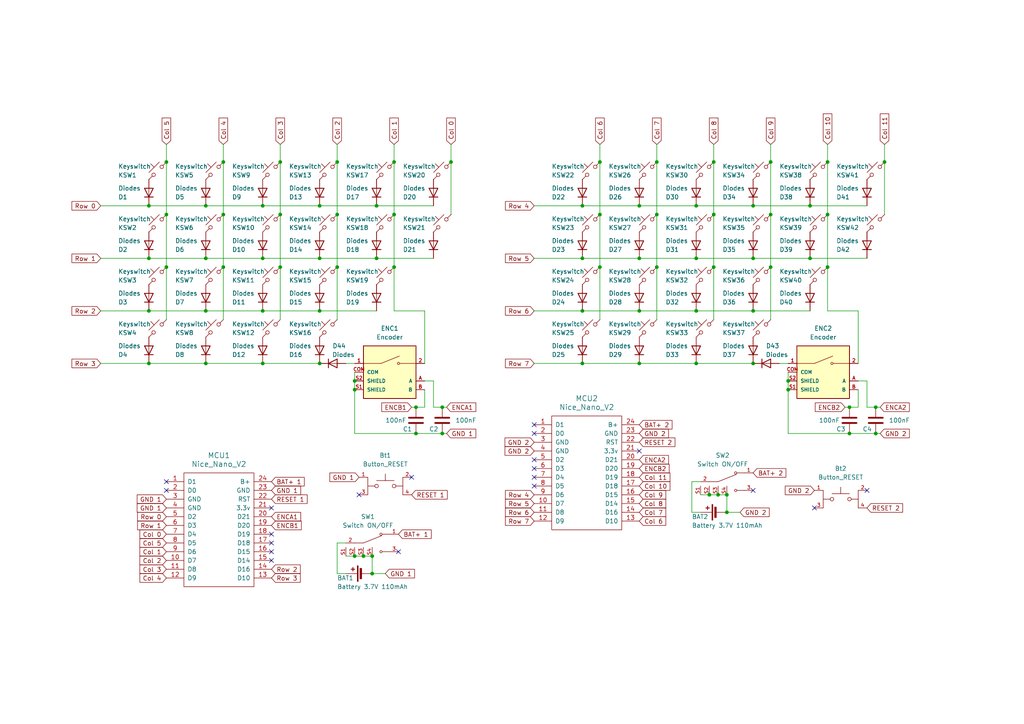
<source format=kicad_sch>
(kicad_sch (version 20230121) (generator eeschema)
  (paper "A4")
  (junction (at 256.54 46.99))
  (junction (at 81.28 77.47))
  (junction (at 48.26 46.99))
  (junction (at 246.38 125.73))
  (junction (at 64.77 77.47))
  (junction (at 234.95 74.93))
  (junction (at 92.71 59.69))
  (junction (at 59.69 90.17))
  (junction (at 173.99 62.23))
  (junction (at 105.41 161.29))
  (junction (at 102.87 110.49))
  (junction (at 210.82 148.59))
  (junction (at 168.91 74.93))
  (junction (at 246.38 118.11))
  (junction (at 223.52 77.47))
  (junction (at 234.95 59.69))
  (junction (at 81.28 46.99))
  (junction (at 207.01 77.47))
  (junction (at 201.93 90.17))
  (junction (at 114.3 62.23))
  (junction (at 240.03 77.47))
  (junction (at 201.93 59.69))
  (junction (at 114.3 77.47))
  (junction (at 185.42 90.17))
  (junction (at 223.52 46.99))
  (junction (at 92.71 90.17))
  (junction (at 107.95 161.29))
  (junction (at 240.03 62.23))
  (junction (at 130.81 46.99))
  (junction (at 109.22 74.93))
  (junction (at 201.93 74.93))
  (junction (at 43.18 105.41))
  (junction (at 97.79 46.99))
  (junction (at 64.77 62.23))
  (junction (at 114.3 46.99))
  (junction (at 120.65 118.11))
  (junction (at 173.99 46.99))
  (junction (at 76.2 59.69))
  (junction (at 240.03 46.99))
  (junction (at 120.65 125.73))
  (junction (at 43.18 90.17))
  (junction (at 59.69 74.93))
  (junction (at 97.79 77.47))
  (junction (at 254 118.11))
  (junction (at 168.91 59.69))
  (junction (at 218.44 105.41))
  (junction (at 107.95 166.37))
  (junction (at 81.28 62.23))
  (junction (at 173.99 77.47))
  (junction (at 43.18 74.93))
  (junction (at 128.27 125.73))
  (junction (at 190.5 77.47))
  (junction (at 76.2 90.17))
  (junction (at 185.42 74.93))
  (junction (at 168.91 105.41))
  (junction (at 48.26 62.23))
  (junction (at 190.5 46.99))
  (junction (at 59.69 105.41))
  (junction (at 92.71 74.93))
  (junction (at 207.01 62.23))
  (junction (at 64.77 46.99))
  (junction (at 92.71 105.41))
  (junction (at 205.74 143.51))
  (junction (at 228.6 113.03))
  (junction (at 228.6 110.49))
  (junction (at 48.26 77.47))
  (junction (at 210.82 143.51))
  (junction (at 218.44 74.93))
  (junction (at 218.44 59.69))
  (junction (at 128.27 118.11))
  (junction (at 223.52 62.23))
  (junction (at 218.44 90.17))
  (junction (at 102.87 161.29))
  (junction (at 254 125.73))
  (junction (at 76.2 74.93))
  (junction (at 190.5 62.23))
  (junction (at 109.22 59.69))
  (junction (at 76.2 105.41))
  (junction (at 59.69 59.69))
  (junction (at 207.01 46.99))
  (junction (at 43.18 59.69))
  (junction (at 185.42 59.69))
  (junction (at 168.91 90.17))
  (junction (at 201.93 105.41))
  (junction (at 102.87 113.03))
  (junction (at 97.79 62.23))
  (junction (at 208.28 143.51))
  (junction (at 185.42 105.41))
  (no_connect (at 154.94 138.43))
  (no_connect (at 218.44 142.24))
  (no_connect (at 185.42 130.81))
  (no_connect (at 78.74 162.56))
  (no_connect (at 119.38 138.43))
  (no_connect (at 236.22 147.32))
  (no_connect (at 154.94 140.97))
  (no_connect (at 48.26 142.24))
  (no_connect (at 251.46 142.24))
  (no_connect (at 154.94 135.89))
  (no_connect (at 154.94 133.35))
  (no_connect (at 78.74 157.48))
  (no_connect (at 115.57 160.02))
  (no_connect (at 78.74 147.32))
  (no_connect (at 154.94 125.73))
  (no_connect (at 78.74 160.02))
  (no_connect (at 154.94 123.19))
  (no_connect (at 48.26 139.7))
  (no_connect (at 78.74 154.94))
  (no_connect (at 104.14 143.51))
  (wire (pts (xy 210.82 148.59) (xy 214.63 148.59)))
  (wire (pts (xy 102.87 113.03) (xy 102.87 125.73)))
  (wire (pts (xy 207.01 62.23) (xy 207.01 77.47)))
  (wire (pts (xy 240.03 77.47) (xy 240.03 90.17)))
  (wire (pts (xy 200.66 148.59) (xy 200.66 139.7)))
  (wire (pts (xy 234.95 59.69) (xy 251.46 59.69)))
  (wire (pts (xy 125.73 110.49) (xy 123.19 110.49)))
  (wire (pts (xy 173.99 62.23) (xy 173.99 77.47)))
  (wire (pts (xy 81.28 46.99) (xy 81.28 62.23)))
  (wire (pts (xy 128.27 118.11) (xy 129.54 118.11)))
  (wire (pts (xy 102.87 161.29) (xy 105.41 161.29)))
  (wire (pts (xy 190.5 77.47) (xy 190.5 92.71)))
  (wire (pts (xy 223.52 77.47) (xy 223.52 92.71)))
  (wire (pts (xy 201.93 74.93) (xy 218.44 74.93)))
  (wire (pts (xy 218.44 90.17) (xy 234.95 90.17)))
  (wire (pts (xy 92.71 74.93) (xy 109.22 74.93)))
  (wire (pts (xy 218.44 74.93) (xy 234.95 74.93)))
  (wire (pts (xy 29.21 105.41) (xy 43.18 105.41)))
  (wire (pts (xy 64.77 41.91) (xy 64.77 46.99)))
  (wire (pts (xy 100.33 166.37) (xy 97.79 166.37)))
  (wire (pts (xy 100.33 161.29) (xy 102.87 161.29)))
  (wire (pts (xy 208.28 143.51) (xy 210.82 143.51)))
  (wire (pts (xy 48.26 77.47) (xy 48.26 92.71)))
  (wire (pts (xy 223.52 41.91) (xy 223.52 46.99)))
  (wire (pts (xy 130.81 41.91) (xy 130.81 46.99)))
  (wire (pts (xy 43.18 90.17) (xy 59.69 90.17)))
  (wire (pts (xy 234.95 74.93) (xy 251.46 74.93)))
  (wire (pts (xy 64.77 62.23) (xy 64.77 77.47)))
  (wire (pts (xy 185.42 90.17) (xy 201.93 90.17)))
  (wire (pts (xy 203.2 148.59) (xy 200.66 148.59)))
  (wire (pts (xy 154.94 105.41) (xy 168.91 105.41)))
  (wire (pts (xy 240.03 90.17) (xy 248.92 90.17)))
  (wire (pts (xy 173.99 77.47) (xy 173.99 92.71)))
  (wire (pts (xy 251.46 118.11) (xy 254 118.11)))
  (wire (pts (xy 245.11 118.11) (xy 246.38 118.11)))
  (wire (pts (xy 76.2 90.17) (xy 92.71 90.17)))
  (wire (pts (xy 185.42 105.41) (xy 201.93 105.41)))
  (wire (pts (xy 48.26 46.99) (xy 48.26 62.23)))
  (wire (pts (xy 251.46 118.11) (xy 251.46 110.49)))
  (wire (pts (xy 76.2 74.93) (xy 92.71 74.93)))
  (wire (pts (xy 200.66 139.7) (xy 203.2 139.7)))
  (wire (pts (xy 207.01 46.99) (xy 207.01 62.23)))
  (wire (pts (xy 256.54 46.99) (xy 256.54 62.23)))
  (wire (pts (xy 114.3 46.99) (xy 114.3 62.23)))
  (wire (pts (xy 97.79 77.47) (xy 97.79 92.71)))
  (wire (pts (xy 228.6 125.73) (xy 228.6 113.03)))
  (wire (pts (xy 64.77 77.47) (xy 64.77 92.71)))
  (wire (pts (xy 76.2 105.41) (xy 92.71 105.41)))
  (wire (pts (xy 240.03 41.91) (xy 240.03 46.99)))
  (wire (pts (xy 102.87 125.73) (xy 120.65 125.73)))
  (wire (pts (xy 48.26 41.91) (xy 48.26 46.99)))
  (wire (pts (xy 81.28 41.91) (xy 81.28 46.99)))
  (wire (pts (xy 190.5 41.91) (xy 190.5 46.99)))
  (wire (pts (xy 81.28 77.47) (xy 81.28 92.71)))
  (wire (pts (xy 114.3 77.47) (xy 114.3 90.17)))
  (wire (pts (xy 228.6 110.49) (xy 228.6 107.95)))
  (wire (pts (xy 203.2 143.51) (xy 205.74 143.51)))
  (wire (pts (xy 59.69 105.41) (xy 76.2 105.41)))
  (wire (pts (xy 185.42 74.93) (xy 201.93 74.93)))
  (wire (pts (xy 114.3 41.91) (xy 114.3 46.99)))
  (wire (pts (xy 218.44 59.69) (xy 234.95 59.69)))
  (wire (pts (xy 64.77 46.99) (xy 64.77 62.23)))
  (wire (pts (xy 92.71 90.17) (xy 109.22 90.17)))
  (wire (pts (xy 92.71 59.69) (xy 109.22 59.69)))
  (wire (pts (xy 59.69 59.69) (xy 76.2 59.69)))
  (wire (pts (xy 190.5 62.23) (xy 190.5 77.47)))
  (wire (pts (xy 119.38 118.11) (xy 120.65 118.11)))
  (wire (pts (xy 43.18 105.41) (xy 59.69 105.41)))
  (wire (pts (xy 102.87 107.95) (xy 102.87 110.49)))
  (wire (pts (xy 223.52 46.99) (xy 223.52 62.23)))
  (wire (pts (xy 102.87 110.49) (xy 102.87 113.03)))
  (wire (pts (xy 125.73 118.11) (xy 125.73 110.49)))
  (wire (pts (xy 210.82 143.51) (xy 210.82 148.59)))
  (wire (pts (xy 48.26 62.23) (xy 48.26 77.47)))
  (wire (pts (xy 130.81 46.99) (xy 130.81 62.23)))
  (wire (pts (xy 226.06 105.41) (xy 228.6 105.41)))
  (wire (pts (xy 251.46 110.49) (xy 248.92 110.49)))
  (wire (pts (xy 154.94 90.17) (xy 168.91 90.17)))
  (wire (pts (xy 97.79 62.23) (xy 97.79 77.47)))
  (wire (pts (xy 97.79 41.91) (xy 97.79 46.99)))
  (wire (pts (xy 240.03 46.99) (xy 240.03 62.23)))
  (wire (pts (xy 173.99 41.91) (xy 173.99 46.99)))
  (wire (pts (xy 254 118.11) (xy 255.27 118.11)))
  (wire (pts (xy 228.6 113.03) (xy 228.6 110.49)))
  (wire (pts (xy 246.38 118.11) (xy 248.92 118.11)))
  (wire (pts (xy 248.92 90.17) (xy 248.92 105.41)))
  (wire (pts (xy 207.01 77.47) (xy 207.01 92.71)))
  (wire (pts (xy 168.91 105.41) (xy 185.42 105.41)))
  (wire (pts (xy 109.22 59.69) (xy 125.73 59.69)))
  (wire (pts (xy 123.19 90.17) (xy 123.19 105.41)))
  (wire (pts (xy 185.42 59.69) (xy 201.93 59.69)))
  (wire (pts (xy 123.19 118.11) (xy 123.19 113.03)))
  (wire (pts (xy 207.01 41.91) (xy 207.01 46.99)))
  (wire (pts (xy 254 125.73) (xy 246.38 125.73)))
  (wire (pts (xy 240.03 62.23) (xy 240.03 77.47)))
  (wire (pts (xy 81.28 62.23) (xy 81.28 77.47)))
  (wire (pts (xy 114.3 62.23) (xy 114.3 77.47)))
  (wire (pts (xy 114.3 90.17) (xy 123.19 90.17)))
  (wire (pts (xy 59.69 74.93) (xy 76.2 74.93)))
  (wire (pts (xy 154.94 74.93) (xy 168.91 74.93)))
  (wire (pts (xy 29.21 74.93) (xy 43.18 74.93)))
  (wire (pts (xy 201.93 90.17) (xy 218.44 90.17)))
  (wire (pts (xy 223.52 62.23) (xy 223.52 77.47)))
  (wire (pts (xy 246.38 125.73) (xy 228.6 125.73)))
  (wire (pts (xy 105.41 161.29) (xy 107.95 161.29)))
  (wire (pts (xy 29.21 90.17) (xy 43.18 90.17)))
  (wire (pts (xy 59.69 90.17) (xy 76.2 90.17)))
  (wire (pts (xy 190.5 46.99) (xy 190.5 62.23)))
  (wire (pts (xy 248.92 118.11) (xy 248.92 113.03)))
  (wire (pts (xy 109.22 74.93) (xy 125.73 74.93)))
  (wire (pts (xy 76.2 59.69) (xy 92.71 59.69)))
  (wire (pts (xy 256.54 41.91) (xy 256.54 46.99)))
  (wire (pts (xy 168.91 74.93) (xy 185.42 74.93)))
  (wire (pts (xy 43.18 59.69) (xy 59.69 59.69)))
  (wire (pts (xy 43.18 74.93) (xy 59.69 74.93)))
  (wire (pts (xy 97.79 166.37) (xy 97.79 157.48)))
  (wire (pts (xy 168.91 59.69) (xy 185.42 59.69)))
  (wire (pts (xy 125.73 118.11) (xy 128.27 118.11)))
  (wire (pts (xy 168.91 90.17) (xy 185.42 90.17)))
  (wire (pts (xy 97.79 157.48) (xy 100.33 157.48)))
  (wire (pts (xy 201.93 105.41) (xy 218.44 105.41)))
  (wire (pts (xy 120.65 125.73) (xy 128.27 125.73)))
  (wire (pts (xy 97.79 46.99) (xy 97.79 62.23)))
  (wire (pts (xy 173.99 46.99) (xy 173.99 62.23)))
  (wire (pts (xy 107.95 161.29) (xy 107.95 166.37)))
  (wire (pts (xy 154.94 59.69) (xy 168.91 59.69)))
  (wire (pts (xy 255.27 125.73) (xy 254 125.73)))
  (wire (pts (xy 111.76 166.37) (xy 107.95 166.37)))
  (wire (pts (xy 201.93 59.69) (xy 218.44 59.69)))
  (wire (pts (xy 205.74 143.51) (xy 208.28 143.51)))
  (wire (pts (xy 128.27 125.73) (xy 129.54 125.73)))
  (wire (pts (xy 120.65 118.11) (xy 123.19 118.11)))
  (wire (pts (xy 29.21 59.69) (xy 43.18 59.69)))
  (wire (pts (xy 100.33 105.41) (xy 102.87 105.41)))
  (global_label "Col 9" (shape input) (at 223.52 41.91 90) (property "Intersheetrefs" "${INTERSHEET_REFS}" (effects hide)))
  (global_label "GND 1" (shape input) (at 111.76 166.37 0) (property "Intersheetrefs" "${INTERSHEET_REFS}" (effects hide)))
  (global_label "ENCA2" (shape input) (at 185.42 133.35 0) (property "Intersheetrefs" "${INTERSHEET_REFS}" (effects hide)))
  (global_label "Col 2" (shape input) (at 48.26 162.56 180) (property "Intersheetrefs" "${INTERSHEET_REFS}" (effects hide)))
  (global_label "Row 7" (shape input) (at 154.94 151.13 180) (property "Intersheetrefs" "${INTERSHEET_REFS}" (effects hide)))
  (global_label "Col 4" (shape input) (at 48.26 167.64 180) (property "Intersheetrefs" "${INTERSHEET_REFS}" (effects hide)))
  (global_label "Row 6" (shape input) (at 154.94 148.59 180) (property "Intersheetrefs" "${INTERSHEET_REFS}" (effects hide)))
  (global_label "Col 3" (shape input) (at 48.26 165.1 180) (property "Intersheetrefs" "${INTERSHEET_REFS}" (effects hide)))
  (global_label "Row 5" (shape input) (at 154.94 74.93 180) (property "Intersheetrefs" "${INTERSHEET_REFS}" (effects hide)))
  (global_label "Col 1" (shape input) (at 114.3 41.91 90) (property "Intersheetrefs" "${INTERSHEET_REFS}" (effects hide)))
  (global_label "Row 0" (shape input) (at 29.21 59.69 180) (property "Intersheetrefs" "${INTERSHEET_REFS}" (effects hide)))
  (global_label "ENCB1" (shape input) (at 78.74 152.4 0) (property "Intersheetrefs" "${INTERSHEET_REFS}" (effects hide)))
  (global_label "GND 2" (shape input) (at 255.27 125.73 0) (property "Intersheetrefs" "${INTERSHEET_REFS}" (effects hide)))
  (global_label "Row 2" (shape input) (at 78.74 165.1 0) (property "Intersheetrefs" "${INTERSHEET_REFS}" (effects hide)))
  (global_label "BAT+ 2" (shape input) (at 185.42 123.19 0) (property "Intersheetrefs" "${INTERSHEET_REFS}" (effects hide)))
  (global_label "Row 1" (shape input) (at 29.21 74.93 180) (property "Intersheetrefs" "${INTERSHEET_REFS}" (effects hide)))
  (global_label "ENCA1" (shape input) (at 129.54 118.11 0) (property "Intersheetrefs" "${INTERSHEET_REFS}" (effects hide)))
  (global_label "Col 7" (shape input) (at 190.5 41.91 90) (property "Intersheetrefs" "${INTERSHEET_REFS}" (effects hide)))
  (global_label "Col 5" (shape input) (at 48.26 157.48 180) (property "Intersheetrefs" "${INTERSHEET_REFS}" (effects hide)))
  (global_label "Row 1" (shape input) (at 48.26 152.4 180) (property "Intersheetrefs" "${INTERSHEET_REFS}" (effects hide)))
  (global_label "Col 8" (shape input) (at 207.01 41.91 90) (property "Intersheetrefs" "${INTERSHEET_REFS}" (effects hide)))
  (global_label "Col 11" (shape input) (at 256.54 41.91 90) (property "Intersheetrefs" "${INTERSHEET_REFS}" (effects hide)))
  (global_label "Col 8" (shape input) (at 185.42 146.05 0) (property "Intersheetrefs" "${INTERSHEET_REFS}" (effects hide)))
  (global_label "Col 6" (shape input) (at 185.42 151.13 0) (property "Intersheetrefs" "${INTERSHEET_REFS}" (effects hide)))
  (global_label "Col 5" (shape input) (at 48.26 41.91 90) (property "Intersheetrefs" "${INTERSHEET_REFS}" (effects hide)))
  (global_label "Col 10" (shape input) (at 185.42 140.97 0) (property "Intersheetrefs" "${INTERSHEET_REFS}" (effects hide)))
  (global_label "GND 1" (shape input) (at 78.74 142.24 0) (property "Intersheetrefs" "${INTERSHEET_REFS}" (effects hide)))
  (global_label "Row 2" (shape input) (at 29.21 90.17 180) (property "Intersheetrefs" "${INTERSHEET_REFS}" (effects hide)))
  (global_label "Row 5" (shape input) (at 154.94 146.05 180) (property "Intersheetrefs" "${INTERSHEET_REFS}" (effects hide)))
  (global_label "ENCB1" (shape input) (at 119.38 118.11 180) (property "Intersheetrefs" "${INTERSHEET_REFS}" (effects hide)))
  (global_label "Col 11" (shape input) (at 185.42 138.43 0) (property "Intersheetrefs" "${INTERSHEET_REFS}" (effects hide)))
  (global_label "RESET 2" (shape input) (at 185.42 128.27 0) (property "Intersheetrefs" "${INTERSHEET_REFS}" (effects hide)))
  (global_label "ENCA2" (shape input) (at 255.27 118.11 0) (property "Intersheetrefs" "${INTERSHEET_REFS}" (effects hide)))
  (global_label "BAT+ 1" (shape input) (at 115.57 154.94 0) (property "Intersheetrefs" "${INTERSHEET_REFS}" (effects hide)))
  (global_label "GND 1" (shape input) (at 104.14 138.43 180) (property "Intersheetrefs" "${INTERSHEET_REFS}" (effects hide)))
  (global_label "RESET 2" (shape input) (at 251.46 147.32 0) (property "Intersheetrefs" "${INTERSHEET_REFS}" (effects hide)))
  (global_label "Col 0" (shape input) (at 130.81 41.91 90) (property "Intersheetrefs" "${INTERSHEET_REFS}" (effects hide)))
  (global_label "ENCB2" (shape input) (at 185.42 135.89 0) (property "Intersheetrefs" "${INTERSHEET_REFS}" (effects hide)))
  (global_label "Col 9" (shape input) (at 185.42 143.51 0) (property "Intersheetrefs" "${INTERSHEET_REFS}" (effects hide)))
  (global_label "GND 1" (shape input) (at 48.26 147.32 180) (property "Intersheetrefs" "${INTERSHEET_REFS}" (effects hide)))
  (global_label "ENCA1" (shape input) (at 78.74 149.86 0) (property "Intersheetrefs" "${INTERSHEET_REFS}" (effects hide)))
  (global_label "GND 2" (shape input) (at 214.63 148.59 0) (property "Intersheetrefs" "${INTERSHEET_REFS}" (effects hide)))
  (global_label "Col 4" (shape input) (at 64.77 41.91 90) (property "Intersheetrefs" "${INTERSHEET_REFS}" (effects hide)))
  (global_label "GND 1" (shape input) (at 129.54 125.73 0) (property "Intersheetrefs" "${INTERSHEET_REFS}" (effects hide)))
  (global_label "GND 2" (shape input) (at 154.94 130.81 180) (property "Intersheetrefs" "${INTERSHEET_REFS}" (effects hide)))
  (global_label "Row 6" (shape input) (at 154.94 90.17 180) (property "Intersheetrefs" "${INTERSHEET_REFS}" (effects hide)))
  (global_label "Col 3" (shape input) (at 81.28 41.91 90) (property "Intersheetrefs" "${INTERSHEET_REFS}" (effects hide)))
  (global_label "Row 7" (shape input) (at 154.94 105.41 180) (property "Intersheetrefs" "${INTERSHEET_REFS}" (effects hide)))
  (global_label "Row 0" (shape input) (at 48.26 149.86 180) (property "Intersheetrefs" "${INTERSHEET_REFS}" (effects hide)))
  (global_label "Row 4" (shape input) (at 154.94 143.51 180) (property "Intersheetrefs" "${INTERSHEET_REFS}" (effects hide)))
  (global_label "Col 6" (shape input) (at 173.99 41.91 90) (property "Intersheetrefs" "${INTERSHEET_REFS}" (effects hide)))
  (global_label "Col 1" (shape input) (at 48.26 160.02 180) (property "Intersheetrefs" "${INTERSHEET_REFS}" (effects hide)))
  (global_label "GND 2" (shape input) (at 185.42 125.73 0) (property "Intersheetrefs" "${INTERSHEET_REFS}" (effects hide)))
  (global_label "RESET 1" (shape input) (at 78.74 144.78 0) (property "Intersheetrefs" "${INTERSHEET_REFS}" (effects hide)))
  (global_label "GND 1" (shape input) (at 48.26 144.78 180) (property "Intersheetrefs" "${INTERSHEET_REFS}" (effects hide)))
  (global_label "Col 10" (shape input) (at 240.03 41.91 90) (property "Intersheetrefs" "${INTERSHEET_REFS}" (effects hide)))
  (global_label "BAT+ 1" (shape input) (at 78.74 139.7 0) (property "Intersheetrefs" "${INTERSHEET_REFS}" (effects hide)))
  (global_label "Row 4" (shape input) (at 154.94 59.69 180) (property "Intersheetrefs" "${INTERSHEET_REFS}" (effects hide)))
  (global_label "Col 0" (shape input) (at 48.26 154.94 180) (property "Intersheetrefs" "${INTERSHEET_REFS}" (effects hide)))
  (global_label "RESET 1" (shape input) (at 119.38 143.51 0) (property "Intersheetrefs" "${INTERSHEET_REFS}" (effects hide)))
  (global_label "BAT+ 2" (shape input) (at 218.44 137.16 0) (property "Intersheetrefs" "${INTERSHEET_REFS}" (effects hide)))
  (global_label "Row 3" (shape input) (at 78.74 167.64 0) (property "Intersheetrefs" "${INTERSHEET_REFS}" (effects hide)))
  (global_label "GND 2" (shape input) (at 236.22 142.24 180) (property "Intersheetrefs" "${INTERSHEET_REFS}" (effects hide)))
  (global_label "Row 3" (shape input) (at 29.21 105.41 180) (property "Intersheetrefs" "${INTERSHEET_REFS}" (effects hide)))
  (global_label "Col 7" (shape input) (at 185.42 148.59 0) (property "Intersheetrefs" "${INTERSHEET_REFS}" (effects hide)))
  (global_label "GND 2" (shape input) (at 154.94 128.27 180) (property "Intersheetrefs" "${INTERSHEET_REFS}" (effects hide)))
  (global_label "ENCB2" (shape input) (at 245.11 118.11 180) (property "Intersheetrefs" "${INTERSHEET_REFS}" (effects hide)))
  (global_label "Col 2" (shape input) (at 97.79 41.91 90) (property "Intersheetrefs" "${INTERSHEET_REFS}" (effects hide)))
  (symbol (lib_id "Keyboard_NP:Diodes") (at 201.93 101.6 90) (unit 1)
    (property "Reference" "D33" (at 193.04 102.87 90) (effects (justify right)))
    (property "Value" "Diodes" (at 193.04 100.33 90) (effects (justify right)))
    (property "Footprint" "kb_np_footprints:Diode_SMD" (effects hide))
    (property "Sim.Device" "D" (effects hide))
    (property "Sim.Pins" "1=K 2=A" (effects hide))
  )
  (symbol (lib_id "Keyboard_NP:Diodes") (at 92.71 55.88 90) (unit 1)
    (property "Reference" "D13" (at 83.82 57.15 90) (effects (justify right)))
    (property "Value" "Diodes" (at 83.82 54.61 90) (effects (justify right)))
    (property "Footprint" "kb_np_footprints:Diode_SMD" (effects hide))
    (property "Sim.Device" "D" (effects hide))
    (property "Sim.Pins" "1=K 2=A" (effects hide))
  )
  (symbol (lib_id "Keyboard_NP:Keyswitch") (at 78.74 95.25 90) (unit 1)
    (property "Reference" "KSW12" (at 67.31 96.52 90) (effects (justify right)))
    (property "Value" "Keyswitch" (at 67.31 93.98 90) (effects (justify right)))
    (property "Footprint" "kb_np_footprints:Keyswitch_MX" (effects hide))
  )
  (symbol (lib_id "Keyboard_NP:Keyswitch") (at 204.47 80.01 90) (unit 1)
    (property "Reference" "KSW32" (at 193.04 81.28 90) (effects (justify right)))
    (property "Value" "Keyswitch" (at 193.04 78.74 90) (effects (justify right)))
    (property "Footprint" "kb_np_footprints:Keyswitch_MX" (effects hide))
  )
  (symbol (lib_id "Keyboard_NP:Diodes") (at 218.44 101.6 90) (unit 1)
    (property "Reference" "D37" (at 209.55 102.87 90) (effects (justify right)))
    (property "Value" "Diodes" (at 209.55 100.33 90) (effects (justify right)))
    (property "Footprint" "kb_np_footprints:Diode_SMD" (effects hide))
    (property "Sim.Device" "D" (effects hide))
    (property "Sim.Pins" "1=K 2=A" (effects hide))
  )
  (symbol (lib_id "Keyboard_NP:Battery_PINs") (at 104.14 166.37 180) (unit 1)
    (property "Reference" "BAT1" (at 97.79 167.64 0) (effects (justify right)))
    (property "Value" "Battery 3.7V 110mAh" (at 97.79 170.18 0) (effects (justify right)))
    (property "Footprint" "kb_np_footprints:Battery_PINs" (effects hide))
  )
  (symbol (lib_id "Keyboard_NP:Keyswitch") (at 187.96 95.25 90) (unit 1)
    (property "Reference" "KSW29" (at 176.53 96.52 90) (effects (justify right)))
    (property "Value" "Keyswitch" (at 176.53 93.98 90) (effects (justify right)))
    (property "Footprint" "kb_np_footprints:Keyswitch_MX" (effects hide))
  )
  (symbol (lib_id "Keyboard_NP:Diodes") (at 185.42 86.36 90) (unit 1)
    (property "Reference" "D28" (at 176.53 87.63 90) (effects (justify right)))
    (property "Value" "Diodes" (at 176.53 85.09 90) (effects (justify right)))
    (property "Footprint" "kb_np_footprints:Diode_SMD" (effects hide))
    (property "Sim.Device" "D" (effects hide))
    (property "Sim.Pins" "1=K 2=A" (effects hide))
  )
  (symbol (lib_id "Keyboard_NP:Keyswitch") (at 78.74 49.53 90) (unit 1)
    (property "Reference" "KSW9" (at 67.31 50.8 90) (effects (justify right)))
    (property "Value" "Keyswitch" (at 67.31 48.26 90) (effects (justify right)))
    (property "Footprint" "kb_np_footprints:Keyswitch_MX" (effects hide))
  )
  (symbol (lib_id "Keyboard_NP:Encoder") (at 238.76 107.95 0) (unit 1)
    (property "Reference" "ENC2" (at 238.76 95.25 0))
    (property "Value" "Encoder" (at 238.76 97.79 0))
    (property "Footprint" "kb_np_footprints:Encoder" (effects hide))
    (property "RS_Components_7377748P_Purchase_URL" "https://www.snapeda.com/api/url_track_click/https%253A//uk.rs-online.com/web/p/mechanical-rotary-encoders/7377748p//%253Futm_campaign%253Dbuynow%2526utm_medium%253Daggregator%2526utm_source%253Dsnapeda%2526cm_mmc%253Daff-_-uk-_-snapeda-_-7377748P/?unipart_id=428605&manufacturer=Bourns&part_name=PEC11R-4215F-S0024&search_term=wavgat ardu37 ec11" (effects hide))
    (property "MF" "Bourns" (effects hide))
    (property "MAXIMUM_PACKAGE_HEIGHT" "21.5 mm" (effects hide))
    (property "Package" "None" (effects hide))
    (property "RS_Components_1674653_Purchase_URL" "https://www.snapeda.com/api/url_track_click/https%253A//uk.rs-online.com/web/p/mechanical-rotary-encoders/1674653//%253Futm_campaign%253Dbuynow%2526utm_medium%253Daggregator%2526utm_source%253Dsnapeda%2526cm_mmc%253Daff-_-uk-_-snapeda-_-1674653/?unipart_id=428605&manufacturer=Bourns&part_name=PEC11R-4215F-S0024&search_term=wavgat ardu37 ec11" (effects hide))
    (property "Check_prices" "https://www.snapeda.com/parts/PEC11R-4215F-S0024/Bourns/view-part/?ref=eda" (effects hide))
    (property "STANDARD" "Manufacturer Recommendations" (effects hide))
    (property "PARTREV" "Rev. 09/19" (effects hide))
    (property "SnapEDA_Link" "https://www.snapeda.com/parts/PEC11R-4215F-S0024/Bourns/view-part/?ref=snap" (effects hide))
    (property "RS_Components_7377748_Purchase_URL" "https://www.snapeda.com/api/url_track_click/https%253A//uk.rs-online.com/web/p/mechanical-rotary-encoders/7377748//%253Futm_campaign%253Dbuynow%2526utm_medium%253Daggregator%2526utm_source%253Dsnapeda%2526cm_mmc%253Daff-_-uk-_-snapeda-_-7377748/?unipart_id=428605&manufacturer=Bourns&part_name=PEC11R-4215F-S0024&search_term=wavgat ardu37 ec11" (effects hide))
    (property "MP" "PEC11R-4215F-S0024" (effects hide))
    (property "Purchase-URL" "https://www.snapeda.com/api/url_track_click_mouser/?unipart_id=428605&manufacturer=Bourns&part_name=PEC11R-4215F-S0024&search_term=wavgat ardu37 ec11" (effects hide))
    (property "Description" "\nEncoder,Rotary,24 Detents,15 mm, Shaft,Switch | Bourns PEC11R-4215F-S0024\n" (effects hide))
    (property "MANUFACTURER" "J.W.Miller/Bourns" (effects hide))
  )
  (symbol (lib_id "Keyboard_NP:Diodes") (at 185.42 55.88 90) (unit 1)
    (property "Reference" "D26" (at 176.53 57.15 90) (effects (justify right)))
    (property "Value" "Diodes" (at 176.53 54.61 90) (effects (justify right)))
    (property "Footprint" "kb_np_footprints:Diode_SMD" (effects hide))
    (property "Sim.Device" "D" (effects hide))
    (property "Sim.Pins" "1=K 2=A" (effects hide))
  )
  (symbol (lib_id "Keyboard_NP:Keyswitch") (at 171.45 95.25 90) (unit 1)
    (property "Reference" "KSW25" (at 160.02 96.52 90) (effects (justify right)))
    (property "Value" "Keyswitch" (at 160.02 93.98 90) (effects (justify right)))
    (property "Footprint" "kb_np_footprints:Keyswitch_MX" (effects hide))
  )
  (symbol (lib_id "Keyboard_NP:Keyswitch") (at 128.27 49.53 90) (unit 1)
    (property "Reference" "KSW20" (at 116.84 50.8 90) (effects (justify right)))
    (property "Value" "Keyswitch" (at 116.84 48.26 90) (effects (justify right)))
    (property "Footprint" "kb_np_footprints:Keyswitch_MX" (effects hide))
  )
  (symbol (lib_id "Keyboard_NP:Diodes") (at 43.18 71.12 90) (unit 1)
    (property "Reference" "D2" (at 34.29 72.39 90) (effects (justify right)))
    (property "Value" "Diodes" (at 34.29 69.85 90) (effects (justify right)))
    (property "Footprint" "kb_np_footprints:Diode_SMD" (effects hide))
    (property "Sim.Device" "D" (effects hide))
    (property "Sim.Pins" "1=K 2=A" (effects hide))
  )
  (symbol (lib_id "Keyboard_NP:Diodes") (at 76.2 86.36 90) (unit 1)
    (property "Reference" "D11" (at 67.31 87.63 90) (effects (justify right)))
    (property "Value" "Diodes" (at 67.31 85.09 90) (effects (justify right)))
    (property "Footprint" "kb_np_footprints:Diode_SMD" (effects hide))
    (property "Sim.Device" "D" (effects hide))
    (property "Sim.Pins" "1=K 2=A" (effects hide))
  )
  (symbol (lib_id "Keyboard_NP:Diodes") (at 234.95 71.12 90) (unit 1)
    (property "Reference" "D39" (at 226.06 72.39 90) (effects (justify right)))
    (property "Value" "Diodes" (at 226.06 69.85 90) (effects (justify right)))
    (property "Footprint" "kb_np_footprints:Diode_SMD" (effects hide))
    (property "Sim.Device" "D" (effects hide))
    (property "Sim.Pins" "1=K 2=A" (effects hide))
  )
  (symbol (lib_id "Keyboard_NP:Diodes") (at 168.91 71.12 90) (unit 1)
    (property "Reference" "D23" (at 160.02 72.39 90) (effects (justify right)))
    (property "Value" "Diodes" (at 160.02 69.85 90) (effects (justify right)))
    (property "Footprint" "kb_np_footprints:Diode_SMD" (effects hide))
    (property "Sim.Device" "D" (effects hide))
    (property "Sim.Pins" "1=K 2=A" (effects hide))
  )
  (symbol (lib_id "Keyboard_NP:Keyswitch") (at 62.23 64.77 90) (unit 1)
    (property "Reference" "KSW6" (at 50.8 66.04 90) (effects (justify right)))
    (property "Value" "Keyswitch" (at 50.8 63.5 90) (effects (justify right)))
    (property "Footprint" "kb_np_footprints:Keyswitch_MX" (effects hide))
  )
  (symbol (lib_id "Keyboard_NP:Capacitor_SMD") (at 254 121.92 0) (unit 1)
    (property "Reference" "C4" (at 250.19 124.46 0) (effects (justify left)))
    (property "Value" "100nF" (at 257.81 121.92 0) (effects (justify left)))
    (property "Footprint" "kb_np_footprints:Capacitor_SMD" (effects hide))
  )
  (symbol (lib_id "Keyboard_NP:Diodes") (at 92.71 101.6 90) (unit 1)
    (property "Reference" "D16" (at 83.82 102.87 90) (effects (justify right)))
    (property "Value" "Diodes" (at 83.82 100.33 90) (effects (justify right)))
    (property "Footprint" "kb_np_footprints:Diode_SMD" (effects hide))
    (property "Sim.Device" "D" (effects hide))
    (property "Sim.Pins" "1=K 2=A" (effects hide))
  )
  (symbol (lib_id "Keyboard_NP:Diodes") (at 43.18 86.36 90) (unit 1)
    (property "Reference" "D3" (at 34.29 87.63 90) (effects (justify right)))
    (property "Value" "Diodes" (at 34.29 85.09 90) (effects (justify right)))
    (property "Footprint" "kb_np_footprints:Diode_SMD" (effects hide))
    (property "Sim.Device" "D" (effects hide))
    (property "Sim.Pins" "1=K 2=A" (effects hide))
  )
  (symbol (lib_id "Keyboard_NP:Keyswitch") (at 204.47 49.53 90) (unit 1)
    (property "Reference" "KSW30" (at 193.04 50.8 90) (effects (justify right)))
    (property "Value" "Keyswitch" (at 193.04 48.26 90) (effects (justify right)))
    (property "Footprint" "kb_np_footprints:Keyswitch_MX" (effects hide))
  )
  (symbol (lib_id "Keyboard_NP:Keyswitch") (at 95.25 80.01 90) (unit 1)
    (property "Reference" "KSW15" (at 83.82 81.28 90) (effects (justify right)))
    (property "Value" "Keyswitch" (at 83.82 78.74 90) (effects (justify right)))
    (property "Footprint" "kb_np_footprints:Keyswitch_MX" (effects hide))
  )
  (symbol (lib_id "Keyboard_NP:Diodes") (at 76.2 55.88 90) (unit 1)
    (property "Reference" "D9" (at 67.31 57.15 90) (effects (justify right)))
    (property "Value" "Diodes" (at 67.31 54.61 90) (effects (justify right)))
    (property "Footprint" "kb_np_footprints:Diode_SMD" (effects hide))
    (property "Sim.Device" "D" (effects hide))
    (property "Sim.Pins" "1=K 2=A" (effects hide))
  )
  (symbol (lib_id "Keyboard_NP:Diodes") (at 96.52 105.41 0) (unit 1)
    (property "Reference" "D44" (at 100.33 100.33 0) (effects (justify right)))
    (property "Value" "Diodes" (at 102.87 102.87 0) (effects (justify right)))
    (property "Footprint" "kb_np_footprints:Diode_SMD" (effects hide))
    (property "Sim.Device" "D" (effects hide))
    (property "Sim.Pins" "1=K 2=A" (effects hide))
  )
  (symbol (lib_id "Keyboard_NP:Diodes") (at 59.69 86.36 90) (unit 1)
    (property "Reference" "D7" (at 50.8 87.63 90) (effects (justify right)))
    (property "Value" "Diodes" (at 50.8 85.09 90) (effects (justify right)))
    (property "Footprint" "kb_np_footprints:Diode_SMD" (effects hide))
    (property "Sim.Device" "D" (effects hide))
    (property "Sim.Pins" "1=K 2=A" (effects hide))
  )
  (symbol (lib_id "Keyboard_NP:Keyswitch") (at 237.49 49.53 90) (unit 1)
    (property "Reference" "KSW38" (at 226.06 50.8 90) (effects (justify right)))
    (property "Value" "Keyswitch" (at 226.06 48.26 90) (effects (justify right)))
    (property "Footprint" "kb_np_footprints:Keyswitch_MX" (effects hide))
  )
  (symbol (lib_id "Keyboard_NP:Keyswitch") (at 187.96 64.77 90) (unit 1)
    (property "Reference" "KSW27" (at 176.53 66.04 90) (effects (justify right)))
    (property "Value" "Keyswitch" (at 176.53 63.5 90) (effects (justify right)))
    (property "Footprint" "kb_np_footprints:Keyswitch_MX" (effects hide))
  )
  (symbol (lib_id "Keyboard_NP:Keyswitch") (at 128.27 64.77 90) (unit 1)
    (property "Reference" "KSW21" (at 116.84 66.04 90) (effects (justify right)))
    (property "Value" "Keyswitch" (at 116.84 63.5 90) (effects (justify right)))
    (property "Footprint" "kb_np_footprints:Keyswitch_MX" (effects hide))
  )
  (symbol (lib_id "Keyboard_NP:Diodes") (at 43.18 55.88 90) (unit 1)
    (property "Reference" "D1" (at 34.29 57.15 90) (effects (justify right)))
    (property "Value" "Diodes" (at 34.29 54.61 90) (effects (justify right)))
    (property "Footprint" "kb_np_footprints:Diode_SMD" (effects hide))
    (property "Sim.Device" "D" (effects hide))
    (property "Sim.Pins" "1=K 2=A" (effects hide))
  )
  (symbol (lib_id "Keyboard_NP:Diodes") (at 92.71 71.12 90) (unit 1)
    (property "Reference" "D14" (at 83.82 72.39 90) (effects (justify right)))
    (property "Value" "Diodes" (at 83.82 69.85 90) (effects (justify right)))
    (property "Footprint" "kb_np_footprints:Diode_SMD" (effects hide))
    (property "Sim.Device" "D" (effects hide))
    (property "Sim.Pins" "1=K 2=A" (effects hide))
  )
  (symbol (lib_id "Keyboard_NP:Keyswitch") (at 78.74 80.01 90) (unit 1)
    (property "Reference" "KSW11" (at 67.31 81.28 90) (effects (justify right)))
    (property "Value" "Keyswitch" (at 67.31 78.74 90) (effects (justify right)))
    (property "Footprint" "kb_np_footprints:Keyswitch_MX" (effects hide))
  )
  (symbol (lib_id "Keyboard_NP:Nice_Nano_V2") (at 63.5 153.67 0) (unit 1)
    (property "Reference" "MCU1" (at 63.5 132.08 0) (effects (font (size 1.524 1.524))))
    (property "Value" "Nice_Nano_V2" (at 63.5 134.62 0) (effects (font (size 1.524 1.524))))
    (property "Footprint" "kb_np_footprints:Nice_Nano_v2" (effects hide))
  )
  (symbol (lib_id "Keyboard_NP:Keyswitch") (at 204.47 64.77 90) (unit 1)
    (property "Reference" "KSW31" (at 193.04 66.04 90) (effects (justify right)))
    (property "Value" "Keyswitch" (at 193.04 63.5 90) (effects (justify right)))
    (property "Footprint" "kb_np_footprints:Keyswitch_MX" (effects hide))
  )
  (symbol (lib_id "Keyboard_NP:Keyswitch") (at 220.98 64.77 90) (unit 1)
    (property "Reference" "KSW35" (at 209.55 66.04 90) (effects (justify right)))
    (property "Value" "Keyswitch" (at 209.55 63.5 90) (effects (justify right)))
    (property "Footprint" "kb_np_footprints:Keyswitch_MX" (effects hide))
  )
  (symbol (lib_id "Keyboard_NP:Diodes") (at 234.95 86.36 90) (unit 1)
    (property "Reference" "D40" (at 226.06 87.63 90) (effects (justify right)))
    (property "Value" "Diodes" (at 226.06 85.09 90) (effects (justify right)))
    (property "Footprint" "kb_np_footprints:Diode_SMD" (effects hide))
    (property "Sim.Device" "D" (effects hide))
    (property "Sim.Pins" "1=K 2=A" (effects hide))
  )
  (symbol (lib_id "Keyboard_NP:Keyswitch") (at 111.76 80.01 90) (unit 1)
    (property "Reference" "KSW19" (at 100.33 81.28 90) (effects (justify right)))
    (property "Value" "Keyswitch" (at 100.33 78.74 90) (effects (justify right)))
    (property "Footprint" "kb_np_footprints:Keyswitch_MX" (effects hide))
  )
  (symbol (lib_id "Keyboard_NP:Button_RESET") (at 111.76 140.97 0) (unit 1)
    (property "Reference" "Bt1" (at 111.76 132.08 0))
    (property "Value" "Button_RESET" (at 111.76 134.62 0))
    (property "Footprint" "kb_np_footprints:Button_RESET" (effects hide))
    (property "MF" "E-Switch" (effects hide))
    (property "MAXIMUM_PACKAGE_HEIGHT" "1.65 mm" (effects hide))
    (property "Package" "None" (effects hide))
    (property "Price" "None" (effects hide))
    (property "Check_prices" "https://www.snapeda.com/parts/TL1014AF160QG/E-Switch/view-part/?ref=eda" (effects hide))
    (property "STANDARD" "Manufacturer Recommendations" (effects hide))
    (property "PARTREV" "A" (effects hide))
    (property "SnapEDA_Link" "https://www.snapeda.com/parts/TL1014AF160QG/E-Switch/view-part/?ref=snap" (effects hide))
    (property "MP" "TL1014AF160QG" (effects hide))
    (property "Purchase-URL" "https://www.snapeda.com/api/url_track_click_mouser/?unipart_id=378188&manufacturer=E-Switch&part_name=TL1014AF160QG&search_term=smd press switch" (effects hide))
    (property "Description" "\nTactile Switch SPST-NO Side Actuated Surface Mount, Right Angle\n" (effects hide))
    (property "MANUFACTURER" "E-Switch" (effects hide))
    (property "Availability" "In Stock" (effects hide))
    (property "SNAPEDA_PN" "TL1014AF160QG" (effects hide))
  )
  (symbol (lib_id "Keyboard_NP:Keyswitch") (at 220.98 95.25 90) (unit 1)
    (property "Reference" "KSW37" (at 209.55 96.52 90) (effects (justify right)))
    (property "Value" "Keyswitch" (at 209.55 93.98 90) (effects (justify right)))
    (property "Footprint" "kb_np_footprints:Keyswitch_MX" (effects hide))
  )
  (symbol (lib_id "Keyboard_NP:Diodes") (at 234.95 55.88 90) (unit 1)
    (property "Reference" "D38" (at 226.06 57.15 90) (effects (justify right)))
    (property "Value" "Diodes" (at 226.06 54.61 90) (effects (justify right)))
    (property "Footprint" "kb_np_footprints:Diode_SMD" (effects hide))
    (property "Sim.Device" "D" (effects hide))
    (property "Sim.Pins" "1=K 2=A" (effects hide))
  )
  (symbol (lib_id "Keyboard_NP:Diodes") (at 59.69 101.6 90) (unit 1)
    (property "Reference" "D8" (at 50.8 102.87 90) (effects (justify right)))
    (property "Value" "Diodes" (at 50.8 100.33 90) (effects (justify right)))
    (property "Footprint" "kb_np_footprints:Diode_SMD" (effects hide))
    (property "Sim.Device" "D" (effects hide))
    (property "Sim.Pins" "1=K 2=A" (effects hide))
  )
  (symbol (lib_id "Keyboard_NP:Capacitor_SMD") (at 120.65 121.92 0) (unit 1)
    (property "Reference" "C1" (at 116.84 124.46 0) (effects (justify left)))
    (property "Value" "100nF" (at 111.76 121.92 0) (effects (justify left)))
    (property "Footprint" "kb_np_footprints:Capacitor_SMD" (effects hide))
  )
  (symbol (lib_id "Keyboard_NP:Diodes") (at 109.22 55.88 90) (unit 1)
    (property "Reference" "D17" (at 100.33 57.15 90) (effects (justify right)))
    (property "Value" "Diodes" (at 100.33 54.61 90) (effects (justify right)))
    (property "Footprint" "kb_np_footprints:Diode_SMD" (effects hide))
    (property "Sim.Device" "D" (effects hide))
    (property "Sim.Pins" "1=K 2=A" (effects hide))
  )
  (symbol (lib_id "Keyboard_NP:Diodes") (at 222.25 105.41 0) (unit 1)
    (property "Reference" "D43" (at 226.06 100.33 0) (effects (justify right)))
    (property "Value" "Diodes" (at 228.6 102.87 0) (effects (justify right)))
    (property "Footprint" "kb_np_footprints:Diode_SMD" (effects hide))
    (property "Sim.Device" "D" (effects hide))
    (property "Sim.Pins" "1=K 2=A" (effects hide))
  )
  (symbol (lib_id "Keyboard_NP:Diodes") (at 109.22 86.36 90) (unit 1)
    (property "Reference" "D19" (at 100.33 87.63 90) (effects (justify right)))
    (property "Value" "Diodes" (at 100.33 85.09 90) (effects (justify right)))
    (property "Footprint" "kb_np_footprints:Diode_SMD" (effects hide))
    (property "Sim.Device" "D" (effects hide))
    (property "Sim.Pins" "1=K 2=A" (effects hide))
  )
  (symbol (lib_id "Keyboard_NP:Keyswitch") (at 204.47 95.25 90) (unit 1)
    (property "Reference" "KSW33" (at 193.04 96.52 90) (effects (justify right)))
    (property "Value" "Keyswitch" (at 193.04 93.98 90) (effects (justify right)))
    (property "Footprint" "kb_np_footprints:Keyswitch_MX" (effects hide))
  )
  (symbol (lib_id "Keyboard_NP:Button_RESET") (at 243.84 144.78 0) (unit 1)
    (property "Reference" "Bt2" (at 243.84 135.89 0))
    (property "Value" "Button_RESET" (at 243.84 138.43 0))
    (property "Footprint" "kb_np_footprints:Button_RESET" (effects hide))
    (property "MF" "E-Switch" (effects hide))
    (property "MAXIMUM_PACKAGE_HEIGHT" "1.65 mm" (effects hide))
    (property "Package" "None" (effects hide))
    (property "Price" "None" (effects hide))
    (property "Check_prices" "https://www.snapeda.com/parts/TL1014AF160QG/E-Switch/view-part/?ref=eda" (effects hide))
    (property "STANDARD" "Manufacturer Recommendations" (effects hide))
    (property "PARTREV" "A" (effects hide))
    (property "SnapEDA_Link" "https://www.snapeda.com/parts/TL1014AF160QG/E-Switch/view-part/?ref=snap" (effects hide))
    (property "MP" "TL1014AF160QG" (effects hide))
    (property "Purchase-URL" "https://www.snapeda.com/api/url_track_click_mouser/?unipart_id=378188&manufacturer=E-Switch&part_name=TL1014AF160QG&search_term=smd press switch" (effects hide))
    (property "Description" "\nTactile Switch SPST-NO Side Actuated Surface Mount, Right Angle\n" (effects hide))
    (property "MANUFACTURER" "E-Switch" (effects hide))
    (property "Availability" "In Stock" (effects hide))
    (property "SNAPEDA_PN" "TL1014AF160QG" (effects hide))
  )
  (symbol (lib_id "Keyboard_NP:Diodes") (at 185.42 71.12 90) (unit 1)
    (property "Reference" "D27" (at 176.53 72.39 90) (effects (justify right)))
    (property "Value" "Diodes" (at 176.53 69.85 90) (effects (justify right)))
    (property "Footprint" "kb_np_footprints:Diode_SMD" (effects hide))
    (property "Sim.Device" "D" (effects hide))
    (property "Sim.Pins" "1=K 2=A" (effects hide))
  )
  (symbol (lib_id "Keyboard_NP:Keyswitch") (at 171.45 49.53 90) (unit 1)
    (property "Reference" "KSW22" (at 160.02 50.8 90) (effects (justify right)))
    (property "Value" "Keyswitch" (at 160.02 48.26 90) (effects (justify right)))
    (property "Footprint" "kb_np_footprints:Keyswitch_MX" (effects hide))
  )
  (symbol (lib_id "Keyboard_NP:Diodes") (at 76.2 101.6 90) (unit 1)
    (property "Reference" "D12" (at 67.31 102.87 90) (effects (justify right)))
    (property "Value" "Diodes" (at 67.31 100.33 90) (effects (justify right)))
    (property "Footprint" "kb_np_footprints:Diode_SMD" (effects hide))
    (property "Sim.Device" "D" (effects hide))
    (property "Sim.Pins" "1=K 2=A" (effects hide))
  )
  (symbol (lib_id "Keyboard_NP:Keyswitch") (at 62.23 49.53 90) (unit 1)
    (property "Reference" "KSW5" (at 50.8 50.8 90) (effects (justify right)))
    (property "Value" "Keyswitch" (at 50.8 48.26 90) (effects (justify right)))
    (property "Footprint" "kb_np_footprints:Keyswitch_MX" (effects hide))
  )
  (symbol (lib_id "Keyboard_NP:Diodes") (at 125.73 71.12 90) (unit 1)
    (property "Reference" "D21" (at 116.84 72.39 90) (effects (justify right)))
    (property "Value" "Diodes" (at 116.84 69.85 90) (effects (justify right)))
    (property "Footprint" "kb_np_footprints:Diode_SMD" (effects hide))
    (property "Sim.Device" "D" (effects hide))
    (property "Sim.Pins" "1=K 2=A" (effects hide))
  )
  (symbol (lib_id "Keyboard_NP:Diodes") (at 168.91 101.6 90) (unit 1)
    (property "Reference" "D25" (at 160.02 102.87 90) (effects (justify right)))
    (property "Value" "Diodes" (at 160.02 100.33 90) (effects (justify right)))
    (property "Footprint" "kb_np_footprints:Diode_SMD" (effects hide))
    (property "Sim.Device" "D" (effects hide))
    (property "Sim.Pins" "1=K 2=A" (effects hide))
  )
  (symbol (lib_id "Keyboard_NP:Keyswitch") (at 220.98 49.53 90) (unit 1)
    (property "Reference" "KSW34" (at 209.55 50.8 90) (effects (justify right)))
    (property "Value" "Keyswitch" (at 209.55 48.26 90) (effects (justify right)))
    (property "Footprint" "kb_np_footprints:Keyswitch_MX" (effects hide))
  )
  (symbol (lib_id "Keyboard_NP:Keyswitch") (at 45.72 64.77 90) (unit 1)
    (property "Reference" "KSW2" (at 34.29 66.04 90) (effects (justify right)))
    (property "Value" "Keyswitch" (at 34.29 63.5 90) (effects (justify right)))
    (property "Footprint" "kb_np_footprints:Keyswitch_MX" (effects hide))
  )
  (symbol (lib_id "Keyboard_NP:Keyswitch") (at 254 64.77 90) (unit 1)
    (property "Reference" "KSW42" (at 242.57 66.04 90) (effects (justify right)))
    (property "Value" "Keyswitch" (at 242.57 63.5 90) (effects (justify right)))
    (property "Footprint" "kb_np_footprints:Keyswitch_MX" (effects hide))
  )
  (symbol (lib_id "Keyboard_NP:Battery_PINs") (at 207.01 148.59 180) (unit 1)
    (property "Reference" "BAT2" (at 200.66 149.86 0) (effects (justify right)))
    (property "Value" "Battery 3.7V 110mAh" (at 200.66 152.4 0) (effects (justify right)))
    (property "Footprint" "kb_np_footprints:Battery_PINs" (effects hide))
  )
  (symbol (lib_id "Keyboard_NP:Diodes") (at 168.91 86.36 90) (unit 1)
    (property "Reference" "D24" (at 160.02 87.63 90) (effects (justify right)))
    (property "Value" "Diodes" (at 160.02 85.09 90) (effects (justify right)))
    (property "Footprint" "kb_np_footprints:Diode_SMD" (effects hide))
    (property "Sim.Device" "D" (effects hide))
    (property "Sim.Pins" "1=K 2=A" (effects hide))
  )
  (symbol (lib_id "Keyboard_NP:Diodes") (at 251.46 71.12 90) (unit 1)
    (property "Reference" "D42" (at 242.57 72.39 90) (effects (justify right)))
    (property "Value" "Diodes" (at 242.57 69.85 90) (effects (justify right)))
    (property "Footprint" "kb_np_footprints:Diode_SMD" (effects hide))
    (property "Sim.Device" "D" (effects hide))
    (property "Sim.Pins" "1=K 2=A" (effects hide))
  )
  (symbol (lib_id "Keyboard_NP:Diodes") (at 125.73 55.88 90) (unit 1)
    (property "Reference" "D20" (at 116.84 57.15 90) (effects (justify right)))
    (property "Value" "Diodes" (at 116.84 54.61 90) (effects (justify right)))
    (property "Footprint" "kb_np_footprints:Diode_SMD" (effects hide))
    (property "Sim.Device" "D" (effects hide))
    (property "Sim.Pins" "1=K 2=A" (effects hide))
  )
  (symbol (lib_id "Keyboard_NP:Diodes") (at 218.44 71.12 90) (unit 1)
    (property "Reference" "D35" (at 209.55 72.39 90) (effects (justify right)))
    (property "Value" "Diodes" (at 209.55 69.85 90) (effects (justify right)))
    (property "Footprint" "kb_np_footprints:Diode_SMD" (effects hide))
    (property "Sim.Device" "D" (effects hide))
    (property "Sim.Pins" "1=K 2=A" (effects hide))
  )
  (symbol (lib_id "Keyboard_NP:Switch_ON/OFF") (at 210.82 139.7 0) (unit 1)
    (property "Reference" "SW2" (at 209.5881 132.08 0))
    (property "Value" "Switch ON/OFF" (at 209.5881 134.62 0))
    (property "Footprint" "kb_np_footprints:Switch_ON_OFF" (effects hide))
    (property "MF" "E-Switch" (effects hide))
    (property "MAXIMUM_PACKAGE_HEIGHT" "1.40mm" (effects hide))
    (property "Package" "None" (effects hide))
    (property "Price" "None" (effects hide))
    (property "Check_prices" "https://www.snapeda.com/parts/EG1215AA/E-Switch/view-part/?ref=eda" (effects hide))
    (property "STANDARD" "Manufacturer Recommendations" (effects hide))
    (property "PARTREV" "A" (effects hide))
    (property "SnapEDA_Link" "https://www.snapeda.com/parts/EG1215AA/E-Switch/view-part/?ref=snap" (effects hide))
    (property "MP" "EG1215AA" (effects hide))
    (property "Purchase-URL" "https://www.snapeda.com/api/url_track_click_mouser/?unipart_id=3210616&manufacturer=E-Switch&part_name=EG1215AA&search_term=smd press switch" (effects hide))
    (property "Description" "\nSlide Switch SPDT Surface Mount, Right Angle\n" (effects hide))
    (property "Availability" "In Stock" (effects hide))
    (property "MANUFACTURER" "E Switch" (effects hide))
  )
  (symbol (lib_id "Keyboard_NP:Keyswitch") (at 254 49.53 90) (unit 1)
    (property "Reference" "KSW41" (at 242.57 50.8 90) (effects (justify right)))
    (property "Value" "Keyswitch" (at 242.57 48.26 90) (effects (justify right)))
    (property "Footprint" "kb_np_footprints:Keyswitch_MX" (effects hide))
  )
  (symbol (lib_id "Keyboard_NP:Keyswitch") (at 78.74 64.77 90) (unit 1)
    (property "Reference" "KSW10" (at 67.31 66.04 90) (effects (justify right)))
    (property "Value" "Keyswitch" (at 67.31 63.5 90) (effects (justify right)))
    (property "Footprint" "kb_np_footprints:Keyswitch_MX" (effects hide))
  )
  (symbol (lib_id "Keyboard_NP:Keyswitch") (at 45.72 95.25 90) (unit 1)
    (property "Reference" "KSW4" (at 34.29 96.52 90) (effects (justify right)))
    (property "Value" "Keyswitch" (at 34.29 93.98 90) (effects (justify right)))
    (property "Footprint" "kb_np_footprints:Keyswitch_MX" (effects hide))
  )
  (symbol (lib_id "Keyboard_NP:Diodes") (at 59.69 71.12 90) (unit 1)
    (property "Reference" "D6" (at 50.8 72.39 90) (effects (justify right)))
    (property "Value" "Diodes" (at 50.8 69.85 90) (effects (justify right)))
    (property "Footprint" "kb_np_footprints:Diode_SMD" (effects hide))
    (property "Sim.Device" "D" (effects hide))
    (property "Sim.Pins" "1=K 2=A" (effects hide))
  )
  (symbol (lib_id "Keyboard_NP:Diodes") (at 185.42 101.6 90) (unit 1)
    (property "Reference" "D29" (at 176.53 102.87 90) (effects (justify right)))
    (property "Value" "Diodes" (at 176.53 100.33 90) (effects (justify right)))
    (property "Footprint" "kb_np_footprints:Diode_SMD" (effects hide))
    (property "Sim.Device" "D" (effects hide))
    (property "Sim.Pins" "1=K 2=A" (effects hide))
  )
  (symbol (lib_id "Keyboard_NP:Diodes") (at 218.44 55.88 90) (unit 1)
    (property "Reference" "D34" (at 209.55 57.15 90) (effects (justify right)))
    (property "Value" "Diodes" (at 209.55 54.61 90) (effects (justify right)))
    (property "Footprint" "kb_np_footprints:Diode_SMD" (effects hide))
    (property "Sim.Device" "D" (effects hide))
    (property "Sim.Pins" "1=K 2=A" (effects hide))
  )
  (symbol (lib_id "Keyboard_NP:Diodes") (at 201.93 71.12 90) (unit 1)
    (property "Reference" "D31" (at 193.04 72.39 90) (effects (justify right)))
    (property "Value" "Diodes" (at 193.04 69.85 90) (effects (justify right)))
    (property "Footprint" "kb_np_footprints:Diode_SMD" (effects hide))
    (property "Sim.Device" "D" (effects hide))
    (property "Sim.Pins" "1=K 2=A" (effects hide))
  )
  (symbol (lib_id "Keyboard_NP:Diodes") (at 218.44 86.36 90) (unit 1)
    (property "Reference" "D36" (at 209.55 87.63 90) (effects (justify right)))
    (property "Value" "Diodes" (at 209.55 85.09 90) (effects (justify right)))
    (property "Footprint" "kb_np_footprints:Diode_SMD" (effects hide))
    (property "Sim.Device" "D" (effects hide))
    (property "Sim.Pins" "1=K 2=A" (effects hide))
  )
  (symbol (lib_id "Keyboard_NP:Keyswitch") (at 171.45 80.01 90) (unit 1)
    (property "Reference" "KSW24" (at 160.02 81.28 90) (effects (justify right)))
    (property "Value" "Keyswitch" (at 160.02 78.74 90) (effects (justify right)))
    (property "Footprint" "kb_np_footprints:Keyswitch_MX" (effects hide))
  )
  (symbol (lib_id "Keyboard_NP:Keyswitch") (at 220.98 80.01 90) (unit 1)
    (property "Reference" "KSW36" (at 209.55 81.28 90) (effects (justify right)))
    (property "Value" "Keyswitch" (at 209.55 78.74 90) (effects (justify right)))
    (property "Footprint" "kb_np_footprints:Keyswitch_MX" (effects hide))
  )
  (symbol (lib_id "Keyboard_NP:Diodes") (at 109.22 71.12 90) (unit 1)
    (property "Reference" "D18" (at 100.33 72.39 90) (effects (justify right)))
    (property "Value" "Diodes" (at 100.33 69.85 90) (effects (justify right)))
    (property "Footprint" "kb_np_footprints:Diode_SMD" (effects hide))
    (property "Sim.Device" "D" (effects hide))
    (property "Sim.Pins" "1=K 2=A" (effects hide))
  )
  (symbol (lib_id "Keyboard_NP:Diodes") (at 201.93 55.88 90) (unit 1)
    (property "Reference" "D30" (at 193.04 57.15 90) (effects (justify right)))
    (property "Value" "Diodes" (at 193.04 54.61 90) (effects (justify right)))
    (property "Footprint" "kb_np_footprints:Diode_SMD" (effects hide))
    (property "Sim.Device" "D" (effects hide))
    (property "Sim.Pins" "1=K 2=A" (effects hide))
  )
  (symbol (lib_id "Keyboard_NP:Keyswitch") (at 237.49 64.77 90) (unit 1)
    (property "Reference" "KSW39" (at 226.06 66.04 90) (effects (justify right)))
    (property "Value" "Keyswitch" (at 226.06 63.5 90) (effects (justify right)))
    (property "Footprint" "kb_np_footprints:Keyswitch_MX" (effects hide))
  )
  (symbol (lib_id "Keyboard_NP:Diodes") (at 92.71 86.36 90) (unit 1)
    (property "Reference" "D15" (at 83.82 87.63 90) (effects (justify right)))
    (property "Value" "Diodes" (at 83.82 85.09 90) (effects (justify right)))
    (property "Footprint" "kb_np_footprints:Diode_SMD" (effects hide))
    (property "Sim.Device" "D" (effects hide))
    (property "Sim.Pins" "1=K 2=A" (effects hide))
  )
  (symbol (lib_id "Keyboard_NP:Keyswitch") (at 45.72 80.01 90) (unit 1)
    (property "Reference" "KSW3" (at 34.29 81.28 90) (effects (justify right)))
    (property "Value" "Keyswitch" (at 34.29 78.74 90) (effects (justify right)))
    (property "Footprint" "kb_np_footprints:Keyswitch_MX" (effects hide))
  )
  (symbol (lib_id "Keyboard_NP:Switch_ON/OFF") (at 107.95 157.48 0) (unit 1)
    (property "Reference" "SW1" (at 106.7181 149.86 0))
    (property "Value" "Switch ON/OFF" (at 106.7181 152.4 0))
    (property "Footprint" "kb_np_footprints:Switch_ON_OFF" (effects hide))
    (property "MF" "E-Switch" (effects hide))
    (property "MAXIMUM_PACKAGE_HEIGHT" "1.40mm" (effects hide))
    (property "Package" "None" (effects hide))
    (property "Price" "None" (effects hide))
    (property "Check_prices" "https://www.snapeda.com/parts/EG1215AA/E-Switch/view-part/?ref=eda" (effects hide))
    (property "STANDARD" "Manufacturer Recommendations" (effects hide))
    (property "PARTREV" "A" (effects hide))
    (property "SnapEDA_Link" "https://www.snapeda.com/parts/EG1215AA/E-Switch/view-part/?ref=snap" (effects hide))
    (property "MP" "EG1215AA" (effects hide))
    (property "Purchase-URL" "https://www.snapeda.com/api/url_track_click_mouser/?unipart_id=3210616&manufacturer=E-Switch&part_name=EG1215AA&search_term=smd press switch" (effects hide))
    (property "Description" "\nSlide Switch SPDT Surface Mount, Right Angle\n" (effects hide))
    (property "Availability" "In Stock" (effects hide))
    (property "MANUFACTURER" "E Switch" (effects hide))
  )
  (symbol (lib_id "Keyboard_NP:Keyswitch") (at 187.96 49.53 90) (unit 1)
    (property "Reference" "KSW26" (at 176.53 50.8 90) (effects (justify right)))
    (property "Value" "Keyswitch" (at 176.53 48.26 90) (effects (justify right)))
    (property "Footprint" "kb_np_footprints:Keyswitch_MX" (effects hide))
  )
  (symbol (lib_id "Keyboard_NP:Keyswitch") (at 95.25 64.77 90) (unit 1)
    (property "Reference" "KSW14" (at 83.82 66.04 90) (effects (justify right)))
    (property "Value" "Keyswitch" (at 83.82 63.5 90) (effects (justify right)))
    (property "Footprint" "kb_np_footprints:Keyswitch_MX" (effects hide))
  )
  (symbol (lib_id "Keyboard_NP:Diodes") (at 43.18 101.6 90) (unit 1)
    (property "Reference" "D4" (at 34.29 102.87 90) (effects (justify right)))
    (property "Value" "Diodes" (at 34.29 100.33 90) (effects (justify right)))
    (property "Footprint" "kb_np_footprints:Diode_SMD" (effects hide))
    (property "Sim.Device" "D" (effects hide))
    (property "Sim.Pins" "1=K 2=A" (effects hide))
  )
  (symbol (lib_id "Keyboard_NP:Keyswitch") (at 171.45 64.77 90) (unit 1)
    (property "Reference" "KSW23" (at 160.02 66.04 90) (effects (justify right)))
    (property "Value" "Keyswitch" (at 160.02 63.5 90) (effects (justify right)))
    (property "Footprint" "kb_np_footprints:Keyswitch_MX" (effects hide))
  )
  (symbol (lib_id "Keyboard_NP:Diodes") (at 59.69 55.88 90) (unit 1)
    (property "Reference" "D5" (at 50.8 57.15 90) (effects (justify right)))
    (property "Value" "Diodes" (at 50.8 54.61 90) (effects (justify right)))
    (property "Footprint" "kb_np_footprints:Diode_SMD" (effects hide))
    (property "Sim.Device" "D" (effects hide))
    (property "Sim.Pins" "1=K 2=A" (effects hide))
  )
  (symbol (lib_id "Keyboard_NP:Keyswitch") (at 62.23 95.25 90) (unit 1)
    (property "Reference" "KSW8" (at 50.8 96.52 90) (effects (justify right)))
    (property "Value" "Keyswitch" (at 50.8 93.98 90) (effects (justify right)))
    (property "Footprint" "kb_np_footprints:Keyswitch_MX" (effects hide))
  )
  (symbol (lib_id "Keyboard_NP:Keyswitch") (at 45.72 49.53 90) (unit 1)
    (property "Reference" "KSW1" (at 34.29 50.8 90) (effects (justify right)))
    (property "Value" "Keyswitch" (at 34.29 48.26 90) (effects (justify right)))
    (property "Footprint" "kb_np_footprints:Keyswitch_MX" (effects hide))
  )
  (symbol (lib_id "Keyboard_NP:Diodes") (at 251.46 55.88 90) (unit 1)
    (property "Reference" "D41" (at 242.57 57.15 90) (effects (justify right)))
    (property "Value" "Diodes" (at 242.57 54.61 90) (effects (justify right)))
    (property "Footprint" "kb_np_footprints:Diode_SMD" (effects hide))
    (property "Sim.Device" "D" (effects hide))
    (property "Sim.Pins" "1=K 2=A" (effects hide))
  )
  (symbol (lib_id "Keyboard_NP:Capacitor_SMD") (at 128.27 121.92 0) (unit 1)
    (property "Reference" "C2" (at 124.46 124.46 0) (effects (justify left)))
    (property "Value" "100nF" (at 132.08 121.92 0) (effects (justify left)))
    (property "Footprint" "kb_np_footprints:Capacitor_SMD" (effects hide))
  )
  (symbol (lib_id "Keyboard_NP:Keyswitch") (at 95.25 49.53 90) (unit 1)
    (property "Reference" "KSW13" (at 83.82 50.8 90) (effects (justify right)))
    (property "Value" "Keyswitch" (at 83.82 48.26 90) (effects (justify right)))
    (property "Footprint" "kb_np_footprints:Keyswitch_MX" (effects hide))
  )
  (symbol (lib_id "Keyboard_NP:Keyswitch") (at 62.23 80.01 90) (unit 1)
    (property "Reference" "KSW7" (at 50.8 81.28 90) (effects (justify right)))
    (property "Value" "Keyswitch" (at 50.8 78.74 90) (effects (justify right)))
    (property "Footprint" "kb_np_footprints:Keyswitch_MX" (effects hide))
  )
  (symbol (lib_id "Keyboard_NP:Diodes") (at 168.91 55.88 90) (unit 1)
    (property "Reference" "D22" (at 160.02 57.15 90) (effects (justify right)))
    (property "Value" "Diodes" (at 160.02 54.61 90) (effects (justify right)))
    (property "Footprint" "kb_np_footprints:Diode_SMD" (effects hide))
    (property "Sim.Device" "D" (effects hide))
    (property "Sim.Pins" "1=K 2=A" (effects hide))
  )
  (symbol (lib_id "Keyboard_NP:Nice_Nano_V2") (at 170.18 137.16 0) (unit 1)
    (property "Reference" "MCU2" (at 170.18 115.57 0) (effects (font (size 1.524 1.524))))
    (property "Value" "Nice_Nano_V2" (at 170.18 118.11 0) (effects (font (size 1.524 1.524))))
    (property "Footprint" "kb_np_footprints:Nice_Nano_v2" (effects hide))
  )
  (symbol (lib_id "Keyboard_NP:Capacitor_SMD") (at 246.38 121.92 0) (unit 1)
    (property "Reference" "C3" (at 242.57 124.46 0) (effects (justify left)))
    (property "Value" "100nF" (at 237.49 121.92 0) (effects (justify left)))
    (property "Footprint" "kb_np_footprints:Capacitor_SMD" (effects hide))
  )
  (symbol (lib_id "Keyboard_NP:Encoder") (at 113.03 107.95 0) (unit 1)
    (property "Reference" "ENC1" (at 113.03 95.25 0))
    (property "Value" "Encoder" (at 113.03 97.79 0))
    (property "Footprint" "kb_np_footprints:Encoder" (effects hide))
    (property "RS_Components_7377748P_Purchase_URL" "https://www.snapeda.com/api/url_track_click/https%253A//uk.rs-online.com/web/p/mechanical-rotary-encoders/7377748p//%253Futm_campaign%253Dbuynow%2526utm_medium%253Daggregator%2526utm_source%253Dsnapeda%2526cm_mmc%253Daff-_-uk-_-snapeda-_-7377748P/?unipart_id=428605&manufacturer=Bourns&part_name=PEC11R-4215F-S0024&search_term=wavgat ardu37 ec11" (effects hide))
    (property "MF" "Bourns" (effects hide))
    (property "MAXIMUM_PACKAGE_HEIGHT" "21.5 mm" (effects hide))
    (property "Package" "None" (effects hide))
    (property "RS_Components_1674653_Purchase_URL" "https://www.snapeda.com/api/url_track_click/https%253A//uk.rs-online.com/web/p/mechanical-rotary-encoders/1674653//%253Futm_campaign%253Dbuynow%2526utm_medium%253Daggregator%2526utm_source%253Dsnapeda%2526cm_mmc%253Daff-_-uk-_-snapeda-_-1674653/?unipart_id=428605&manufacturer=Bourns&part_name=PEC11R-4215F-S0024&search_term=wavgat ardu37 ec11" (effects hide))
    (property "Check_prices" "https://www.snapeda.com/parts/PEC11R-4215F-S0024/Bourns/view-part/?ref=eda" (effects hide))
    (property "STANDARD" "Manufacturer Recommendations" (effects hide))
    (property "PARTREV" "Rev. 09/19" (effects hide))
    (property "SnapEDA_Link" "https://www.snapeda.com/parts/PEC11R-4215F-S0024/Bourns/view-part/?ref=snap" (effects hide))
    (property "RS_Components_7377748_Purchase_URL" "https://www.snapeda.com/api/url_track_click/https%253A//uk.rs-online.com/web/p/mechanical-rotary-encoders/7377748//%253Futm_campaign%253Dbuynow%2526utm_medium%253Daggregator%2526utm_source%253Dsnapeda%2526cm_mmc%253Daff-_-uk-_-snapeda-_-7377748/?unipart_id=428605&manufacturer=Bourns&part_name=PEC11R-4215F-S0024&search_term=wavgat ardu37 ec11" (effects hide))
    (property "MP" "PEC11R-4215F-S0024" (effects hide))
    (property "Purchase-URL" "https://www.snapeda.com/api/url_track_click_mouser/?unipart_id=428605&manufacturer=Bourns&part_name=PEC11R-4215F-S0024&search_term=wavgat ardu37 ec11" (effects hide))
    (property "Description" "\nEncoder,Rotary,24 Detents,15 mm, Shaft,Switch | Bourns PEC11R-4215F-S0024\n" (effects hide))
    (property "MANUFACTURER" "J.W.Miller/Bourns" (effects hide))
  )
  (symbol (lib_id "Keyboard_NP:Keyswitch") (at 187.96 80.01 90) (unit 1)
    (property "Reference" "KSW28" (at 176.53 81.28 90) (effects (justify right)))
    (property "Value" "Keyswitch" (at 176.53 78.74 90) (effects (justify right)))
    (property "Footprint" "kb_np_footprints:Keyswitch_MX" (effects hide))
  )
  (symbol (lib_id "Keyboard_NP:Diodes") (at 76.2 71.12 90) (unit 1)
    (property "Reference" "D10" (at 67.31 72.39 90) (effects (justify right)))
    (property "Value" "Diodes" (at 67.31 69.85 90) (effects (justify right)))
    (property "Footprint" "kb_np_footprints:Diode_SMD" (effects hide))
    (property "Sim.Device" "D" (effects hide))
    (property "Sim.Pins" "1=K 2=A" (effects hide))
  )
  (symbol (lib_id "Keyboard_NP:Diodes") (at 201.93 86.36 90) (unit 1)
    (property "Reference" "D32" (at 193.04 87.63 90) (effects (justify right)))
    (property "Value" "Diodes" (at 193.04 85.09 90) (effects (justify right)))
    (property "Footprint" "kb_np_footprints:Diode_SMD" (effects hide))
    (property "Sim.Device" "D" (effects hide))
    (property "Sim.Pins" "1=K 2=A" (effects hide))
  )
  (symbol (lib_id "Keyboard_NP:Keyswitch") (at 111.76 49.53 90) (unit 1)
    (property "Reference" "KSW17" (at 100.33 50.8 90) (effects (justify right)))
    (property "Value" "Keyswitch" (at 100.33 48.26 90) (effects (justify right)))
    (property "Footprint" "kb_np_footprints:Keyswitch_MX" (effects hide))
  )
  (symbol (lib_id "Keyboard_NP:Keyswitch") (at 95.25 95.25 90) (unit 1)
    (property "Reference" "KSW16" (at 83.82 96.52 90) (effects (justify right)))
    (property "Value" "Keyswitch" (at 83.82 93.98 90) (effects (justify right)))
    (property "Footprint" "kb_np_footprints:Keyswitch_MX" (effects hide))
  )
  (symbol (lib_id "Keyboard_NP:Keyswitch") (at 111.76 64.77 90) (unit 1)
    (property "Reference" "KSW18" (at 100.33 66.04 90) (effects (justify right)))
    (property "Value" "Keyswitch" (at 100.33 63.5 90) (effects (justify right)))
    (property "Footprint" "kb_np_footprints:Keyswitch_MX" (effects hide))
  )
  (symbol (lib_id "Keyboard_NP:Keyswitch") (at 237.49 80.01 90) (unit 1)
    (property "Reference" "KSW40" (at 226.06 81.28 90) (effects (justify right)))
    (property "Value" "Keyswitch" (at 226.06 78.74 90) (effects (justify right)))
    (property "Footprint" "kb_np_footprints:Keyswitch_MX" (effects hide))
  )
)
</source>
